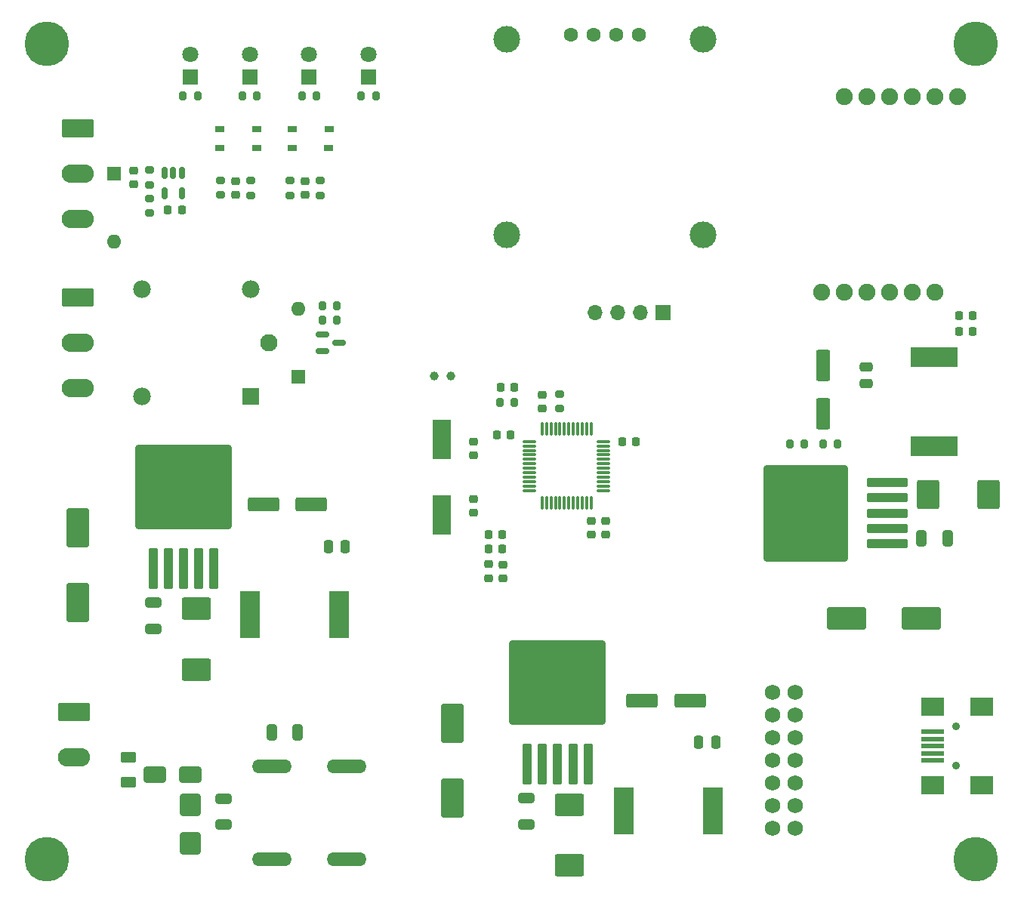
<source format=gbr>
%TF.GenerationSoftware,KiCad,Pcbnew,7.0.6*%
%TF.CreationDate,2023-08-10T11:03:41+03:00*%
%TF.ProjectId,2023-staj-projesi,32303233-2d73-4746-916a-2d70726f6a65,1.0*%
%TF.SameCoordinates,Original*%
%TF.FileFunction,Soldermask,Top*%
%TF.FilePolarity,Negative*%
%FSLAX46Y46*%
G04 Gerber Fmt 4.6, Leading zero omitted, Abs format (unit mm)*
G04 Created by KiCad (PCBNEW 7.0.6) date 2023-08-10 11:03:41*
%MOMM*%
%LPD*%
G01*
G04 APERTURE LIST*
G04 Aperture macros list*
%AMRoundRect*
0 Rectangle with rounded corners*
0 $1 Rounding radius*
0 $2 $3 $4 $5 $6 $7 $8 $9 X,Y pos of 4 corners*
0 Add a 4 corners polygon primitive as box body*
4,1,4,$2,$3,$4,$5,$6,$7,$8,$9,$2,$3,0*
0 Add four circle primitives for the rounded corners*
1,1,$1+$1,$2,$3*
1,1,$1+$1,$4,$5*
1,1,$1+$1,$6,$7*
1,1,$1+$1,$8,$9*
0 Add four rect primitives between the rounded corners*
20,1,$1+$1,$2,$3,$4,$5,0*
20,1,$1+$1,$4,$5,$6,$7,0*
20,1,$1+$1,$6,$7,$8,$9,0*
20,1,$1+$1,$8,$9,$2,$3,0*%
G04 Aperture macros list end*
%ADD10RoundRect,0.225000X-0.250000X0.225000X-0.250000X-0.225000X0.250000X-0.225000X0.250000X0.225000X0*%
%ADD11R,1.700000X1.700000*%
%ADD12O,1.700000X1.700000*%
%ADD13RoundRect,0.250000X0.300000X-2.050000X0.300000X2.050000X-0.300000X2.050000X-0.300000X-2.050000X0*%
%ADD14RoundRect,0.250002X5.149998X-4.449998X5.149998X4.449998X-5.149998X4.449998X-5.149998X-4.449998X0*%
%ADD15RoundRect,0.250000X-0.325000X-0.650000X0.325000X-0.650000X0.325000X0.650000X-0.325000X0.650000X0*%
%ADD16RoundRect,0.250000X1.500000X0.550000X-1.500000X0.550000X-1.500000X-0.550000X1.500000X-0.550000X0*%
%ADD17RoundRect,0.200000X0.275000X-0.200000X0.275000X0.200000X-0.275000X0.200000X-0.275000X-0.200000X0*%
%ADD18RoundRect,0.250000X0.475000X-0.250000X0.475000X0.250000X-0.475000X0.250000X-0.475000X-0.250000X0*%
%ADD19RoundRect,0.225000X-0.225000X-0.250000X0.225000X-0.250000X0.225000X0.250000X-0.225000X0.250000X0*%
%ADD20RoundRect,0.250000X-0.900000X1.000000X-0.900000X-1.000000X0.900000X-1.000000X0.900000X1.000000X0*%
%ADD21RoundRect,0.250000X-0.625000X0.375000X-0.625000X-0.375000X0.625000X-0.375000X0.625000X0.375000X0*%
%ADD22RoundRect,0.225000X0.225000X0.250000X-0.225000X0.250000X-0.225000X-0.250000X0.225000X-0.250000X0*%
%ADD23RoundRect,0.200000X-0.200000X-0.275000X0.200000X-0.275000X0.200000X0.275000X-0.200000X0.275000X0*%
%ADD24RoundRect,0.225000X0.250000X-0.225000X0.250000X0.225000X-0.250000X0.225000X-0.250000X-0.225000X0*%
%ADD25RoundRect,0.250000X-1.400000X-1.000000X1.400000X-1.000000X1.400000X1.000000X-1.400000X1.000000X0*%
%ADD26R,1.800000X1.800000*%
%ADD27C,1.800000*%
%ADD28C,5.000000*%
%ADD29RoundRect,0.200000X-0.275000X0.200000X-0.275000X-0.200000X0.275000X-0.200000X0.275000X0.200000X0*%
%ADD30C,0.900000*%
%ADD31R,2.500000X0.500000*%
%ADD32R,2.500000X2.000000*%
%ADD33RoundRect,0.250000X1.000000X-1.400000X1.000000X1.400000X-1.000000X1.400000X-1.000000X-1.400000X0*%
%ADD34RoundRect,0.250000X1.000000X-1.950000X1.000000X1.950000X-1.000000X1.950000X-1.000000X-1.950000X0*%
%ADD35R,1.600000X1.600000*%
%ADD36O,1.600000X1.600000*%
%ADD37R,1.050000X0.650000*%
%ADD38RoundRect,0.250000X0.250000X0.475000X-0.250000X0.475000X-0.250000X-0.475000X0.250000X-0.475000X0*%
%ADD39RoundRect,0.150000X-0.587500X-0.150000X0.587500X-0.150000X0.587500X0.150000X-0.587500X0.150000X0*%
%ADD40RoundRect,0.250000X-0.650000X0.325000X-0.650000X-0.325000X0.650000X-0.325000X0.650000X0.325000X0*%
%ADD41RoundRect,0.250000X-0.250000X-0.475000X0.250000X-0.475000X0.250000X0.475000X-0.250000X0.475000X0*%
%ADD42R,5.207000X2.311400*%
%ADD43R,2.311400X5.207000*%
%ADD44C,1.752600*%
%ADD45RoundRect,0.250000X-0.550000X1.500000X-0.550000X-1.500000X0.550000X-1.500000X0.550000X1.500000X0*%
%ADD46RoundRect,0.250000X1.000000X0.650000X-1.000000X0.650000X-1.000000X-0.650000X1.000000X-0.650000X0*%
%ADD47R,2.000000X4.500000*%
%ADD48RoundRect,0.250000X1.950000X1.000000X-1.950000X1.000000X-1.950000X-1.000000X1.950000X-1.000000X0*%
%ADD49R,1.980000X1.980000*%
%ADD50C,1.980000*%
%ADD51C,1.935000*%
%ADD52C,1.900000*%
%ADD53O,4.450000X1.520000*%
%ADD54RoundRect,0.249999X-1.550001X0.790001X-1.550001X-0.790001X1.550001X-0.790001X1.550001X0.790001X0*%
%ADD55O,3.600000X2.080000*%
%ADD56RoundRect,0.250000X2.050000X0.300000X-2.050000X0.300000X-2.050000X-0.300000X2.050000X-0.300000X0*%
%ADD57RoundRect,0.250002X4.449998X5.149998X-4.449998X5.149998X-4.449998X-5.149998X4.449998X-5.149998X0*%
%ADD58C,3.000000*%
%ADD59C,1.600000*%
%ADD60C,1.000000*%
%ADD61RoundRect,0.075000X-0.662500X-0.075000X0.662500X-0.075000X0.662500X0.075000X-0.662500X0.075000X0*%
%ADD62RoundRect,0.075000X-0.075000X-0.662500X0.075000X-0.662500X0.075000X0.662500X-0.075000X0.662500X0*%
%ADD63RoundRect,0.218750X0.256250X-0.218750X0.256250X0.218750X-0.256250X0.218750X-0.256250X-0.218750X0*%
%ADD64RoundRect,0.200000X0.200000X0.275000X-0.200000X0.275000X-0.200000X-0.275000X0.200000X-0.275000X0*%
%ADD65RoundRect,0.150000X-0.150000X0.512500X-0.150000X-0.512500X0.150000X-0.512500X0.150000X0.512500X0*%
G04 APERTURE END LIST*
D10*
%TO.C,C30*%
X77100000Y-58650000D03*
X77100000Y-60200000D03*
%TD*%
D11*
%TO.C,J4*%
X136400000Y-74600000D03*
D12*
X133860000Y-74600000D03*
X131320000Y-74600000D03*
X128780000Y-74600000D03*
%TD*%
D13*
%TO.C,U1*%
X79275000Y-103275000D03*
X80975000Y-103275000D03*
X82675000Y-103275000D03*
D14*
X82675000Y-94125000D03*
D13*
X84375000Y-103275000D03*
X86075000Y-103275000D03*
%TD*%
D15*
%TO.C,C7*%
X165380000Y-99900000D03*
X168330000Y-99900000D03*
%TD*%
D16*
%TO.C,C12*%
X97000000Y-96100000D03*
X91600000Y-96100000D03*
%TD*%
D10*
%TO.C,C22*%
X128350000Y-97950000D03*
X128350000Y-99500000D03*
%TD*%
D17*
%TO.C,R6*%
X90215000Y-61450000D03*
X90215000Y-59800000D03*
%TD*%
D18*
%TO.C,C10*%
X159200000Y-82550000D03*
X159200000Y-80650000D03*
%TD*%
D19*
%TO.C,C20*%
X116850000Y-101100000D03*
X118400000Y-101100000D03*
%TD*%
D20*
%TO.C,D2*%
X83400000Y-129800000D03*
X83400000Y-134100000D03*
%TD*%
D19*
%TO.C,C21*%
X118200000Y-83000000D03*
X119750000Y-83000000D03*
%TD*%
D15*
%TO.C,C2*%
X92525000Y-121700000D03*
X95475000Y-121700000D03*
%TD*%
D21*
%TO.C,F1*%
X76454000Y-124460000D03*
X76454000Y-127260000D03*
%TD*%
D22*
%TO.C,C26*%
X119350000Y-88270000D03*
X117800000Y-88270000D03*
%TD*%
D23*
%TO.C,R4*%
X118125000Y-84700000D03*
X119775000Y-84700000D03*
%TD*%
D19*
%TO.C,C19*%
X131850000Y-89050000D03*
X133400000Y-89050000D03*
%TD*%
D24*
%TO.C,C24*%
X122850000Y-85350000D03*
X122850000Y-83800000D03*
%TD*%
D25*
%TO.C,D4*%
X84100000Y-107800000D03*
X84100000Y-114600000D03*
%TD*%
D26*
%TO.C,D3*%
X83400000Y-48200000D03*
D27*
X83400000Y-45660000D03*
%TD*%
D28*
%TO.C,H3*%
X171450000Y-135890000D03*
%TD*%
D23*
%TO.C,R16*%
X98200000Y-73800000D03*
X99850000Y-73800000D03*
%TD*%
D28*
%TO.C,H2*%
X67310000Y-135890000D03*
%TD*%
D29*
%TO.C,R14*%
X78800000Y-61800000D03*
X78800000Y-63450000D03*
%TD*%
D26*
%TO.C,D8*%
X96733332Y-48200000D03*
D27*
X96733332Y-45660000D03*
%TD*%
D23*
%TO.C,R3*%
X154350000Y-89300000D03*
X156000000Y-89300000D03*
%TD*%
D16*
%TO.C,C13*%
X139475000Y-118075000D03*
X134075000Y-118075000D03*
%TD*%
D30*
%TO.C,J5*%
X169275000Y-125400000D03*
X169275000Y-121000000D03*
D31*
X166675000Y-124800000D03*
X166675000Y-124000000D03*
X166675000Y-123200000D03*
X166675000Y-122400000D03*
X166675000Y-121600000D03*
D32*
X166675000Y-127600000D03*
X172175000Y-127600000D03*
X166675000Y-118800000D03*
X172175000Y-118800000D03*
%TD*%
D33*
%TO.C,D5*%
X166100000Y-95000000D03*
X172900000Y-95000000D03*
%TD*%
D23*
%TO.C,R8*%
X95908332Y-50260000D03*
X97558332Y-50260000D03*
%TD*%
D34*
%TO.C,C5*%
X112775000Y-129075000D03*
X112775000Y-120675000D03*
%TD*%
D28*
%TO.C,H4*%
X171450000Y-44450000D03*
%TD*%
D35*
%TO.C,D11*%
X95500000Y-81810000D03*
D36*
X95500000Y-74190000D03*
%TD*%
D37*
%TO.C,SW2*%
X94805952Y-54000000D03*
X98955952Y-54000000D03*
X94805952Y-56150000D03*
X98930952Y-56150000D03*
%TD*%
D38*
%TO.C,C9*%
X100800000Y-100800000D03*
X98900000Y-100800000D03*
%TD*%
D33*
%TO.C,D5*%
X166100000Y-95000000D03*
X172900000Y-95000000D03*
%TD*%
D17*
%TO.C,R9*%
X124850000Y-85350000D03*
X124850000Y-83700000D03*
%TD*%
D34*
%TO.C,C3*%
X70800000Y-107100000D03*
X70800000Y-98700000D03*
%TD*%
D23*
%TO.C,R2*%
X150600000Y-89300000D03*
X152250000Y-89300000D03*
%TD*%
D39*
%TO.C,Q1*%
X98225000Y-77050000D03*
X98225000Y-78950000D03*
X100100000Y-78000000D03*
%TD*%
D40*
%TO.C,C6*%
X79275000Y-107080000D03*
X79275000Y-110030000D03*
%TD*%
D24*
%TO.C,C18*%
X115200000Y-97050000D03*
X115200000Y-95500000D03*
%TD*%
D41*
%TO.C,C11*%
X140425000Y-122775000D03*
X142325000Y-122775000D03*
%TD*%
D42*
%TO.C,L2*%
X166800000Y-79608900D03*
X166800000Y-89591100D03*
%TD*%
D43*
%TO.C,L1*%
X100091100Y-108500000D03*
X90108900Y-108500000D03*
%TD*%
D10*
%TO.C,C16*%
X130000000Y-97950000D03*
X130000000Y-99500000D03*
%TD*%
D40*
%TO.C,C8*%
X121075000Y-129055000D03*
X121075000Y-132005000D03*
%TD*%
D44*
%TO.C,J6*%
X148700000Y-117200000D03*
X151240000Y-117200000D03*
X148700000Y-119740000D03*
X151240000Y-119740000D03*
X148700000Y-122280000D03*
X151240000Y-122280000D03*
X148700000Y-124820000D03*
X151240000Y-124820000D03*
X148700000Y-127360000D03*
X151240000Y-127360000D03*
X148700000Y-129900000D03*
X151240000Y-129900000D03*
X148700000Y-132440000D03*
X151240000Y-132440000D03*
%TD*%
D45*
%TO.C,C14*%
X154400000Y-80500000D03*
X154400000Y-85900000D03*
%TD*%
D46*
%TO.C,D1*%
X83400000Y-126400000D03*
X79400000Y-126400000D03*
%TD*%
D47*
%TO.C,Y2*%
X111600000Y-97300000D03*
X111600000Y-88800000D03*
%TD*%
D26*
%TO.C,D7*%
X90066666Y-48200000D03*
D27*
X90066666Y-45660000D03*
%TD*%
D17*
%TO.C,R7*%
X86800000Y-61425000D03*
X86800000Y-59775000D03*
%TD*%
D10*
%TO.C,C27*%
X96257500Y-59850000D03*
X96257500Y-61400000D03*
%TD*%
D48*
%TO.C,C4*%
X165400000Y-108900000D03*
X157000000Y-108900000D03*
%TD*%
D23*
%TO.C,R2*%
X150600000Y-89300000D03*
X152250000Y-89300000D03*
%TD*%
D29*
%TO.C,R13*%
X78800000Y-58600000D03*
X78800000Y-60250000D03*
%TD*%
D18*
%TO.C,C10*%
X159200000Y-82550000D03*
X159200000Y-80650000D03*
%TD*%
D49*
%TO.C,K1*%
X90200000Y-84000000D03*
D50*
X90200000Y-72000000D03*
D51*
X92200000Y-78000000D03*
D50*
X78000000Y-84000000D03*
X78000000Y-72000000D03*
%TD*%
D52*
%TO.C,U5*%
X169400000Y-50400000D03*
X166860000Y-50400000D03*
X164320000Y-50400000D03*
X161780000Y-50400000D03*
X159240000Y-50400000D03*
X156700000Y-50400000D03*
X154160000Y-72270000D03*
X156700000Y-72270000D03*
X159240000Y-72270000D03*
X161780000Y-72270000D03*
X164320000Y-72270000D03*
X166860000Y-72270000D03*
%TD*%
D37*
%TO.C,SW1*%
X86730952Y-54000000D03*
X90880952Y-54000000D03*
X86730952Y-56150000D03*
X90855952Y-56150000D03*
%TD*%
D23*
%TO.C,R5*%
X89241666Y-50260000D03*
X90891666Y-50260000D03*
%TD*%
D35*
%TO.C,D10*%
X74880000Y-59000000D03*
D36*
X74880000Y-66620000D03*
%TD*%
D42*
%TO.C,L2*%
X166800000Y-79608900D03*
X166800000Y-89591100D03*
%TD*%
D26*
%TO.C,D9*%
X103400000Y-48200000D03*
D27*
X103400000Y-45660000D03*
%TD*%
D22*
%TO.C,C31*%
X82450000Y-63100000D03*
X80900000Y-63100000D03*
%TD*%
D53*
%TO.C,T1*%
X92535000Y-125495000D03*
X92535000Y-135905000D03*
X100915000Y-125495000D03*
X100915000Y-135905000D03*
%TD*%
D19*
%TO.C,C23*%
X116850000Y-99500000D03*
X118400000Y-99500000D03*
%TD*%
D17*
%TO.C,R11*%
X94550000Y-61450000D03*
X94550000Y-59800000D03*
%TD*%
D25*
%TO.C,D6*%
X125875000Y-129775000D03*
X125875000Y-136575000D03*
%TD*%
D24*
%TO.C,C15*%
X118500000Y-104400000D03*
X118500000Y-102850000D03*
%TD*%
D10*
%TO.C,C25*%
X88507500Y-59825000D03*
X88507500Y-61375000D03*
%TD*%
D54*
%TO.C,J2*%
X70777500Y-53920000D03*
D55*
X70777500Y-59000000D03*
X70777500Y-64080000D03*
%TD*%
D56*
%TO.C,U2*%
X161575000Y-100475000D03*
X161575000Y-98775000D03*
X161575000Y-97075000D03*
D57*
X152425000Y-97075000D03*
D56*
X161575000Y-95375000D03*
X161575000Y-93675000D03*
%TD*%
D58*
%TO.C,Brd1*%
X118895000Y-43905000D03*
X118895000Y-65905000D03*
X140895000Y-43905000D03*
X140895000Y-65905000D03*
D59*
X126085000Y-43405000D03*
X128625000Y-43405000D03*
X131165000Y-43405000D03*
X133705000Y-43405000D03*
%TD*%
D48*
%TO.C,C4*%
X165400000Y-108900000D03*
X157000000Y-108900000D03*
%TD*%
D60*
%TO.C,Y1*%
X110750000Y-81700000D03*
X112650000Y-81700000D03*
%TD*%
D23*
%TO.C,R12*%
X102575000Y-50260000D03*
X104225000Y-50260000D03*
%TD*%
%TO.C,R1*%
X82575000Y-50260000D03*
X84225000Y-50260000D03*
%TD*%
D54*
%TO.C,J3*%
X70777500Y-72920000D03*
D55*
X70777500Y-78000000D03*
X70777500Y-83080000D03*
%TD*%
D45*
%TO.C,C14*%
X154400000Y-80500000D03*
X154400000Y-85900000D03*
%TD*%
D28*
%TO.C,H1*%
X67310000Y-44450000D03*
%TD*%
D61*
%TO.C,U4*%
X121437500Y-89050000D03*
X121437500Y-89550000D03*
X121437500Y-90050000D03*
X121437500Y-90550000D03*
X121437500Y-91050000D03*
X121437500Y-91550000D03*
X121437500Y-92050000D03*
X121437500Y-92550000D03*
X121437500Y-93050000D03*
X121437500Y-93550000D03*
X121437500Y-94050000D03*
X121437500Y-94550000D03*
D62*
X122850000Y-95962500D03*
X123350000Y-95962500D03*
X123850000Y-95962500D03*
X124350000Y-95962500D03*
X124850000Y-95962500D03*
X125350000Y-95962500D03*
X125850000Y-95962500D03*
X126350000Y-95962500D03*
X126850000Y-95962500D03*
X127350000Y-95962500D03*
X127850000Y-95962500D03*
X128350000Y-95962500D03*
D61*
X129762500Y-94550000D03*
X129762500Y-94050000D03*
X129762500Y-93550000D03*
X129762500Y-93050000D03*
X129762500Y-92550000D03*
X129762500Y-92050000D03*
X129762500Y-91550000D03*
X129762500Y-91050000D03*
X129762500Y-90550000D03*
X129762500Y-90050000D03*
X129762500Y-89550000D03*
X129762500Y-89050000D03*
D62*
X128350000Y-87637500D03*
X127850000Y-87637500D03*
X127350000Y-87637500D03*
X126850000Y-87637500D03*
X126350000Y-87637500D03*
X125850000Y-87637500D03*
X125350000Y-87637500D03*
X124850000Y-87637500D03*
X124350000Y-87637500D03*
X123850000Y-87637500D03*
X123350000Y-87637500D03*
X122850000Y-87637500D03*
%TD*%
D43*
%TO.C,L3*%
X141975000Y-130475000D03*
X131992800Y-130475000D03*
%TD*%
D56*
%TO.C,U2*%
X161575000Y-100475000D03*
X161575000Y-98775000D03*
X161575000Y-97075000D03*
D57*
X152425000Y-97075000D03*
D56*
X161575000Y-95375000D03*
X161575000Y-93675000D03*
%TD*%
D15*
%TO.C,C7*%
X165380000Y-99900000D03*
X168330000Y-99900000D03*
%TD*%
D17*
%TO.C,R10*%
X97965000Y-61450000D03*
X97965000Y-59800000D03*
%TD*%
D63*
%TO.C,FB1*%
X116850000Y-104400000D03*
X116850000Y-102825000D03*
%TD*%
D13*
%TO.C,U3*%
X121200000Y-125250000D03*
X122900000Y-125250000D03*
X124600000Y-125250000D03*
D14*
X124600000Y-116100000D03*
D13*
X126300000Y-125250000D03*
X128000000Y-125250000D03*
%TD*%
D19*
%TO.C,C28*%
X169595000Y-74970000D03*
X171145000Y-74970000D03*
%TD*%
%TO.C,C29*%
X169570000Y-76670000D03*
X171120000Y-76670000D03*
%TD*%
D54*
%TO.C,J1*%
X70358000Y-119380000D03*
D55*
X70358000Y-124460000D03*
%TD*%
D10*
%TO.C,C17*%
X115200000Y-89050000D03*
X115200000Y-90600000D03*
%TD*%
D64*
%TO.C,R15*%
X99875000Y-75400000D03*
X98225000Y-75400000D03*
%TD*%
D65*
%TO.C,U6*%
X82450000Y-58900000D03*
X81500000Y-58900000D03*
X80550000Y-58900000D03*
X80550000Y-61175000D03*
X82450000Y-61175000D03*
%TD*%
D23*
%TO.C,R3*%
X154350000Y-89300000D03*
X156000000Y-89300000D03*
%TD*%
D40*
%TO.C,C1*%
X87100000Y-129080000D03*
X87100000Y-132030000D03*
%TD*%
M02*

</source>
